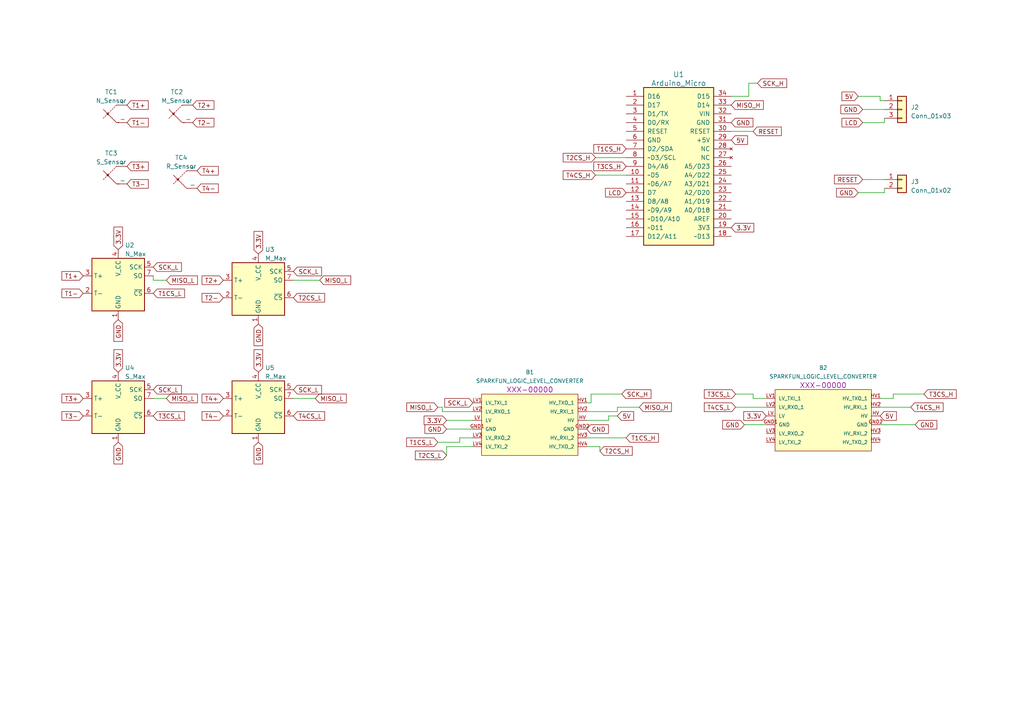
<source format=kicad_sch>
(kicad_sch (version 20230121) (generator eeschema)

  (uuid 70259d30-5582-4853-84ab-f14ec23bf1bc)

  (paper "A4")

  (lib_symbols
    (symbol "Arduino:Arduino_Micro" (pin_names (offset 1.016)) (in_bom yes) (on_board yes)
      (property "Reference" "U" (at -10.16 26.67 0)
        (effects (font (size 1.524 1.524)))
      )
      (property "Value" "Arduino_Micro" (at -2.54 24.13 0)
        (effects (font (size 1.524 1.524)))
      )
      (property "Footprint" "Arduino:Arduino_Micro" (at 0 -24.13 0)
        (effects (font (size 1.524 1.524)) hide)
      )
      (property "Datasheet" "https://store.arduino.cc/usa/arduino-micro" (at 3.81 -26.67 0)
        (effects (font (size 1.524 1.524)) hide)
      )
      (property "ki_keywords" "Arduino micro microcontroller module USB" (at 0 0 0)
        (effects (font (size 1.27 1.27)) hide)
      )
      (property "ki_description" "Arduino Micro" (at 0 0 0)
        (effects (font (size 1.27 1.27)) hide)
      )
      (symbol "Arduino_Micro_0_1"
        (rectangle (start -10.16 22.86) (end 10.16 -22.86)
          (stroke (width 0.254) (type solid))
          (fill (type background))
        )
      )
      (symbol "Arduino_Micro_1_1"
        (pin bidirectional line (at -15.24 20.32 0) (length 5.08)
          (name "D16" (effects (font (size 1.27 1.27))))
          (number "1" (effects (font (size 1.27 1.27))))
        )
        (pin bidirectional line (at -15.24 -2.54 0) (length 5.08)
          (name "~D5" (effects (font (size 1.27 1.27))))
          (number "10" (effects (font (size 1.27 1.27))))
        )
        (pin bidirectional line (at -15.24 -5.08 0) (length 5.08)
          (name "~D6/A7" (effects (font (size 1.27 1.27))))
          (number "11" (effects (font (size 1.27 1.27))))
        )
        (pin bidirectional line (at -15.24 -7.62 0) (length 5.08)
          (name "D7" (effects (font (size 1.27 1.27))))
          (number "12" (effects (font (size 1.27 1.27))))
        )
        (pin bidirectional line (at -15.24 -10.16 0) (length 5.08)
          (name "D8/A8" (effects (font (size 1.27 1.27))))
          (number "13" (effects (font (size 1.27 1.27))))
        )
        (pin bidirectional line (at -15.24 -12.7 0) (length 5.08)
          (name "~D9/A9" (effects (font (size 1.27 1.27))))
          (number "14" (effects (font (size 1.27 1.27))))
        )
        (pin bidirectional line (at -15.24 -15.24 0) (length 5.08)
          (name "~D10/A10" (effects (font (size 1.27 1.27))))
          (number "15" (effects (font (size 1.27 1.27))))
        )
        (pin bidirectional line (at -15.24 -17.78 0) (length 5.08)
          (name "~D11" (effects (font (size 1.27 1.27))))
          (number "16" (effects (font (size 1.27 1.27))))
        )
        (pin bidirectional line (at -15.24 -20.32 0) (length 5.08)
          (name "D12/A11" (effects (font (size 1.27 1.27))))
          (number "17" (effects (font (size 1.27 1.27))))
        )
        (pin bidirectional line (at 15.24 -20.32 180) (length 5.08)
          (name "~D13" (effects (font (size 1.27 1.27))))
          (number "18" (effects (font (size 1.27 1.27))))
        )
        (pin power_out line (at 15.24 -17.78 180) (length 5.08)
          (name "3V3" (effects (font (size 1.27 1.27))))
          (number "19" (effects (font (size 1.27 1.27))))
        )
        (pin bidirectional line (at -15.24 17.78 0) (length 5.08)
          (name "D17" (effects (font (size 1.27 1.27))))
          (number "2" (effects (font (size 1.27 1.27))))
        )
        (pin input line (at 15.24 -15.24 180) (length 5.08)
          (name "AREF" (effects (font (size 1.27 1.27))))
          (number "20" (effects (font (size 1.27 1.27))))
        )
        (pin bidirectional line (at 15.24 -12.7 180) (length 5.08)
          (name "A0/D18" (effects (font (size 1.27 1.27))))
          (number "21" (effects (font (size 1.27 1.27))))
        )
        (pin bidirectional line (at 15.24 -10.16 180) (length 5.08)
          (name "A1/D19" (effects (font (size 1.27 1.27))))
          (number "22" (effects (font (size 1.27 1.27))))
        )
        (pin bidirectional line (at 15.24 -7.62 180) (length 5.08)
          (name "A2/D20" (effects (font (size 1.27 1.27))))
          (number "23" (effects (font (size 1.27 1.27))))
        )
        (pin bidirectional line (at 15.24 -5.08 180) (length 5.08)
          (name "A3/D21" (effects (font (size 1.27 1.27))))
          (number "24" (effects (font (size 1.27 1.27))))
        )
        (pin bidirectional line (at 15.24 -2.54 180) (length 5.08)
          (name "A4/D22" (effects (font (size 1.27 1.27))))
          (number "25" (effects (font (size 1.27 1.27))))
        )
        (pin bidirectional line (at 15.24 0 180) (length 5.08)
          (name "A5/D23" (effects (font (size 1.27 1.27))))
          (number "26" (effects (font (size 1.27 1.27))))
        )
        (pin no_connect line (at 15.24 2.54 180) (length 5.08)
          (name "NC" (effects (font (size 1.27 1.27))))
          (number "27" (effects (font (size 1.27 1.27))))
        )
        (pin no_connect line (at 15.24 5.08 180) (length 5.08)
          (name "NC" (effects (font (size 1.27 1.27))))
          (number "28" (effects (font (size 1.27 1.27))))
        )
        (pin power_in line (at 15.24 7.62 180) (length 5.08)
          (name "+5V" (effects (font (size 1.27 1.27))))
          (number "29" (effects (font (size 1.27 1.27))))
        )
        (pin bidirectional line (at -15.24 15.24 0) (length 5.08)
          (name "D1/TX" (effects (font (size 1.27 1.27))))
          (number "3" (effects (font (size 1.27 1.27))))
        )
        (pin input line (at 15.24 10.16 180) (length 5.08)
          (name "RESET" (effects (font (size 1.27 1.27))))
          (number "30" (effects (font (size 1.27 1.27))))
        )
        (pin power_in line (at 15.24 12.7 180) (length 5.08)
          (name "GND" (effects (font (size 1.27 1.27))))
          (number "31" (effects (font (size 1.27 1.27))))
        )
        (pin power_out line (at 15.24 15.24 180) (length 5.08)
          (name "VIN" (effects (font (size 1.27 1.27))))
          (number "32" (effects (font (size 1.27 1.27))))
        )
        (pin bidirectional line (at 15.24 17.78 180) (length 5.08)
          (name "D14" (effects (font (size 1.27 1.27))))
          (number "33" (effects (font (size 1.27 1.27))))
        )
        (pin bidirectional line (at 15.24 20.32 180) (length 5.08)
          (name "D15" (effects (font (size 1.27 1.27))))
          (number "34" (effects (font (size 1.27 1.27))))
        )
        (pin bidirectional line (at -15.24 12.7 0) (length 5.08)
          (name "D0/RX" (effects (font (size 1.27 1.27))))
          (number "4" (effects (font (size 1.27 1.27))))
        )
        (pin input line (at -15.24 10.16 0) (length 5.08)
          (name "RESET" (effects (font (size 1.27 1.27))))
          (number "5" (effects (font (size 1.27 1.27))))
        )
        (pin power_in line (at -15.24 7.62 0) (length 5.08)
          (name "GND" (effects (font (size 1.27 1.27))))
          (number "6" (effects (font (size 1.27 1.27))))
        )
        (pin bidirectional line (at -15.24 5.08 0) (length 5.08)
          (name "D2/SDA" (effects (font (size 1.27 1.27))))
          (number "7" (effects (font (size 1.27 1.27))))
        )
        (pin bidirectional line (at -15.24 2.54 0) (length 5.08)
          (name "~D3/SCL" (effects (font (size 1.27 1.27))))
          (number "8" (effects (font (size 1.27 1.27))))
        )
        (pin bidirectional line (at -15.24 0 0) (length 5.08)
          (name "D4/A6" (effects (font (size 1.27 1.27))))
          (number "9" (effects (font (size 1.27 1.27))))
        )
      )
    )
    (symbol "Connector_Generic:Conn_01x02" (pin_names (offset 1.016) hide) (in_bom yes) (on_board yes)
      (property "Reference" "J" (at 0 2.54 0)
        (effects (font (size 1.27 1.27)))
      )
      (property "Value" "Conn_01x02" (at 0 -5.08 0)
        (effects (font (size 1.27 1.27)))
      )
      (property "Footprint" "" (at 0 0 0)
        (effects (font (size 1.27 1.27)) hide)
      )
      (property "Datasheet" "~" (at 0 0 0)
        (effects (font (size 1.27 1.27)) hide)
      )
      (property "ki_keywords" "connector" (at 0 0 0)
        (effects (font (size 1.27 1.27)) hide)
      )
      (property "ki_description" "Generic connector, single row, 01x02, script generated (kicad-library-utils/schlib/autogen/connector/)" (at 0 0 0)
        (effects (font (size 1.27 1.27)) hide)
      )
      (property "ki_fp_filters" "Connector*:*_1x??_*" (at 0 0 0)
        (effects (font (size 1.27 1.27)) hide)
      )
      (symbol "Conn_01x02_1_1"
        (rectangle (start -1.27 -2.413) (end 0 -2.667)
          (stroke (width 0.1524) (type default))
          (fill (type none))
        )
        (rectangle (start -1.27 0.127) (end 0 -0.127)
          (stroke (width 0.1524) (type default))
          (fill (type none))
        )
        (rectangle (start -1.27 1.27) (end 1.27 -3.81)
          (stroke (width 0.254) (type default))
          (fill (type background))
        )
        (pin passive line (at -5.08 0 0) (length 3.81)
          (name "Pin_1" (effects (font (size 1.27 1.27))))
          (number "1" (effects (font (size 1.27 1.27))))
        )
        (pin passive line (at -5.08 -2.54 0) (length 3.81)
          (name "Pin_2" (effects (font (size 1.27 1.27))))
          (number "2" (effects (font (size 1.27 1.27))))
        )
      )
    )
    (symbol "Connector_Generic:Conn_01x03" (pin_names (offset 1.016) hide) (in_bom yes) (on_board yes)
      (property "Reference" "J" (at 0 5.08 0)
        (effects (font (size 1.27 1.27)))
      )
      (property "Value" "Conn_01x03" (at 0 -5.08 0)
        (effects (font (size 1.27 1.27)))
      )
      (property "Footprint" "" (at 0 0 0)
        (effects (font (size 1.27 1.27)) hide)
      )
      (property "Datasheet" "~" (at 0 0 0)
        (effects (font (size 1.27 1.27)) hide)
      )
      (property "ki_keywords" "connector" (at 0 0 0)
        (effects (font (size 1.27 1.27)) hide)
      )
      (property "ki_description" "Generic connector, single row, 01x03, script generated (kicad-library-utils/schlib/autogen/connector/)" (at 0 0 0)
        (effects (font (size 1.27 1.27)) hide)
      )
      (property "ki_fp_filters" "Connector*:*_1x??_*" (at 0 0 0)
        (effects (font (size 1.27 1.27)) hide)
      )
      (symbol "Conn_01x03_1_1"
        (rectangle (start -1.27 -2.413) (end 0 -2.667)
          (stroke (width 0.1524) (type default))
          (fill (type none))
        )
        (rectangle (start -1.27 0.127) (end 0 -0.127)
          (stroke (width 0.1524) (type default))
          (fill (type none))
        )
        (rectangle (start -1.27 2.667) (end 0 2.413)
          (stroke (width 0.1524) (type default))
          (fill (type none))
        )
        (rectangle (start -1.27 3.81) (end 1.27 -3.81)
          (stroke (width 0.254) (type default))
          (fill (type background))
        )
        (pin passive line (at -5.08 2.54 0) (length 3.81)
          (name "Pin_1" (effects (font (size 1.27 1.27))))
          (number "1" (effects (font (size 1.27 1.27))))
        )
        (pin passive line (at -5.08 0 0) (length 3.81)
          (name "Pin_2" (effects (font (size 1.27 1.27))))
          (number "2" (effects (font (size 1.27 1.27))))
        )
        (pin passive line (at -5.08 -2.54 0) (length 3.81)
          (name "Pin_3" (effects (font (size 1.27 1.27))))
          (number "3" (effects (font (size 1.27 1.27))))
        )
      )
    )
    (symbol "Device:Thermocouple" (pin_numbers hide) (pin_names (offset 0)) (in_bom yes) (on_board yes)
      (property "Reference" "TC" (at -3.048 3.81 0)
        (effects (font (size 1.27 1.27)))
      )
      (property "Value" "Thermocouple" (at -5.08 -4.064 0)
        (effects (font (size 1.27 1.27)) (justify left))
      )
      (property "Footprint" "" (at -14.605 1.27 0)
        (effects (font (size 1.27 1.27)) hide)
      )
      (property "Datasheet" "~" (at -14.605 1.27 0)
        (effects (font (size 1.27 1.27)) hide)
      )
      (property "ki_keywords" "thermocouple temperature sensor cold junction" (at 0 0 0)
        (effects (font (size 1.27 1.27)) hide)
      )
      (property "ki_description" "Thermocouple" (at 0 0 0)
        (effects (font (size 1.27 1.27)) hide)
      )
      (property "ki_fp_filters" "PIN?ARRAY* bornier* *Terminal?Block* Thermo*Couple*" (at 0 0 0)
        (effects (font (size 1.27 1.27)) hide)
      )
      (symbol "Thermocouple_0_1"
        (circle (center -3.048 0) (radius 0.254)
          (stroke (width 0) (type default))
          (fill (type outline))
        )
        (polyline
          (pts
            (xy -4.064 -1.016)
            (xy -4.318 -1.27)
          )
          (stroke (width 0) (type default))
          (fill (type none))
        )
        (polyline
          (pts
            (xy -3.556 -0.508)
            (xy -3.81 -0.762)
          )
          (stroke (width 0) (type default))
          (fill (type none))
        )
        (polyline
          (pts
            (xy -3.048 0)
            (xy -3.302 -0.254)
          )
          (stroke (width 0) (type default))
          (fill (type none))
        )
        (polyline
          (pts
            (xy -2.54 0.508)
            (xy -2.794 0.254)
          )
          (stroke (width 0) (type default))
          (fill (type none))
        )
        (polyline
          (pts
            (xy -2.032 1.016)
            (xy -2.286 0.762)
          )
          (stroke (width 0) (type default))
          (fill (type none))
        )
        (polyline
          (pts
            (xy -1.524 1.524)
            (xy -1.778 1.27)
          )
          (stroke (width 0) (type default))
          (fill (type none))
        )
        (polyline
          (pts
            (xy -1.016 2.032)
            (xy -1.27 1.778)
          )
          (stroke (width 0) (type default))
          (fill (type none))
        )
        (polyline
          (pts
            (xy -0.508 2.54)
            (xy -0.762 2.286)
          )
          (stroke (width 0) (type default))
          (fill (type none))
        )
        (polyline
          (pts
            (xy 0 -2.54)
            (xy -0.254 -2.54)
          )
          (stroke (width 0) (type default))
          (fill (type none))
        )
        (polyline
          (pts
            (xy 0 2.54)
            (xy -0.508 2.54)
          )
          (stroke (width 0) (type default))
          (fill (type none))
        )
        (polyline
          (pts
            (xy 0.254 -2.54)
            (xy -0.508 -2.54)
            (xy -4.318 1.27)
          )
          (stroke (width 0) (type default))
          (fill (type none))
        )
      )
      (symbol "Thermocouple_1_1"
        (pin passive line (at 2.54 2.54 180) (length 2.54)
          (name "+" (effects (font (size 1.27 1.27))))
          (number "1" (effects (font (size 1.27 1.27))))
        )
        (pin passive line (at 2.54 -2.54 180) (length 2.54)
          (name "-" (effects (font (size 1.27 1.27))))
          (number "2" (effects (font (size 1.27 1.27))))
        )
      )
    )
    (symbol "SPARKFUN_LOGIC_LEVEL_CONVERTER_1" (pin_names (offset 1.016)) (in_bom yes) (on_board yes)
      (property "Reference" "B" (at -13.97 11.43 0)
        (effects (font (size 1.143 1.143)) (justify left bottom))
      )
      (property "Value" "SPARKFUN_LOGIC_LEVEL_CONVERTER" (at -13.97 -10.16 0)
        (effects (font (size 1.143 1.143)) (justify left bottom))
      )
      (property "Footprint" "SPARKFUN_LOGIC_LEVEL_CONVERTER" (at 0 11.43 0)
        (effects (font (size 0.508 0.508)) hide)
      )
      (property "Datasheet" "" (at 0 0 0)
        (effects (font (size 1.27 1.27)) hide)
      )
      (property "Field4" "XXX-00000" (at 0 12.7 0)
        (effects (font (size 1.524 1.524)))
      )
      (property "ki_locked" "" (at 0 0 0)
        (effects (font (size 1.27 1.27)))
      )
      (property "ki_keywords" "PROD_ID:XXX-00000" (at 0 0 0)
        (effects (font (size 1.27 1.27)) hide)
      )
      (property "ki_description" "SparkFun Logic Level Converter -Bi-Directional  This is the mechnical outline for the 3.3V - 5V bi directional logic level converter.  *Note, the \"LOCK\" Package has the header pins staggered by an offset of 5 mils (off center line), so that when you slide a row of standard 0.1\" headers into the PTH pads, it will hold position vertically. See the follwing turorial for more information on this type of special footprints:<a href=\"https://www.sparkfun.com/tutorials/114\">Sneaky Footprints</a><b>SparkFun Products:</b><ul><li><a href= https://www.sparkfun.com/products/12009 >SparkFun Logic Level Converter - Bi-Directional</a></li></ul>" (at 0 0 0)
        (effects (font (size 1.27 1.27)) hide)
      )
      (property "ki_fp_filters" "*SPARKFUN_LOGIC_LEVEL_CONVERTER* *SPARKFUN_LOGIC_LEVEL_CONVERTER_LOCK*" (at 0 0 0)
        (effects (font (size 1.27 1.27)) hide)
      )
      (symbol "SPARKFUN_LOGIC_LEVEL_CONVERTER_1_1_1"
        (polyline
          (pts
            (xy -13.97 -7.62)
            (xy -13.97 10.16)
            (xy 13.97 10.16)
            (xy 13.97 -7.62)
            (xy -13.97 -7.62)
          )
          (stroke (width 0) (type solid))
          (fill (type background))
        )
        (pin power_in line (at -16.51 0 0) (length 2.54)
          (name "GND" (effects (font (size 1.016 1.016))))
          (number "GND1" (effects (font (size 1.016 1.016))))
        )
        (pin power_in line (at 16.51 0 180) (length 2.54)
          (name "GND" (effects (font (size 1.016 1.016))))
          (number "GND2" (effects (font (size 1.016 1.016))))
        )
        (pin power_in line (at 16.51 2.54 180) (length 2.54)
          (name "HV" (effects (font (size 1.016 1.016))))
          (number "HV" (effects (font (size 1.016 1.016))))
        )
        (pin bidirectional line (at 16.51 7.62 180) (length 2.54)
          (name "HV_TXO_1" (effects (font (size 1.016 1.016))))
          (number "HV1" (effects (font (size 1.016 1.016))))
        )
        (pin bidirectional line (at 16.51 5.08 180) (length 2.54)
          (name "HV_RXI_1" (effects (font (size 1.016 1.016))))
          (number "HV2" (effects (font (size 1.016 1.016))))
        )
        (pin bidirectional line (at 16.51 -2.54 180) (length 2.54)
          (name "HV_RXI_2" (effects (font (size 1.016 1.016))))
          (number "HV3" (effects (font (size 1.016 1.016))))
        )
        (pin bidirectional line (at 16.51 -5.08 180) (length 2.54)
          (name "HV_TXO_2" (effects (font (size 1.016 1.016))))
          (number "HV4" (effects (font (size 1.016 1.016))))
        )
        (pin power_in line (at -16.51 2.54 0) (length 2.54)
          (name "LV" (effects (font (size 1.016 1.016))))
          (number "LV" (effects (font (size 1.016 1.016))))
        )
        (pin bidirectional line (at -16.51 7.62 0) (length 2.54)
          (name "LV_TXI_1" (effects (font (size 1.016 1.016))))
          (number "LV1" (effects (font (size 1.016 1.016))))
        )
        (pin bidirectional line (at -16.51 5.08 0) (length 2.54)
          (name "LV_RXO_1" (effects (font (size 1.016 1.016))))
          (number "LV2" (effects (font (size 1.016 1.016))))
        )
        (pin bidirectional line (at -16.51 -2.54 0) (length 2.54)
          (name "LV_RXO_2" (effects (font (size 1.016 1.016))))
          (number "LV3" (effects (font (size 1.016 1.016))))
        )
        (pin bidirectional line (at -16.51 -5.08 0) (length 2.54)
          (name "LV_TXI_2" (effects (font (size 1.016 1.016))))
          (number "LV4" (effects (font (size 1.016 1.016))))
        )
      )
    )
    (symbol "Sensor_Temperature:MAX31855TASA" (in_bom yes) (on_board yes)
      (property "Reference" "U" (at -7.62 8.89 0)
        (effects (font (size 1.27 1.27)) (justify left))
      )
      (property "Value" "MAX31855TASA" (at 1.27 8.89 0)
        (effects (font (size 1.27 1.27)) (justify left))
      )
      (property "Footprint" "Package_SO:SOIC-8_3.9x4.9mm_P1.27mm" (at 25.4 -8.89 0)
        (effects (font (size 1.27 1.27) italic) hide)
      )
      (property "Datasheet" "http://datasheets.maximintegrated.com/en/ds/MAX31855.pdf" (at 0 0 0)
        (effects (font (size 1.27 1.27)) hide)
      )
      (property "ki_keywords" "Cold Junction Termocouple Interface SPI" (at 0 0 0)
        (effects (font (size 1.27 1.27)) hide)
      )
      (property "ki_description" "Cold Junction T-type Termocouple Interface, SPI, SO8" (at 0 0 0)
        (effects (font (size 1.27 1.27)) hide)
      )
      (property "ki_fp_filters" "SOIC*3.9x4.9mm*P1.27mm*" (at 0 0 0)
        (effects (font (size 1.27 1.27)) hide)
      )
      (symbol "MAX31855TASA_0_1"
        (rectangle (start -7.62 7.62) (end 7.62 -7.62)
          (stroke (width 0.254) (type default))
          (fill (type background))
        )
      )
      (symbol "MAX31855TASA_1_1"
        (pin power_in line (at 0 -10.16 90) (length 2.54)
          (name "GND" (effects (font (size 1.27 1.27))))
          (number "1" (effects (font (size 1.27 1.27))))
        )
        (pin passive line (at -10.16 -2.54 0) (length 2.54)
          (name "T-" (effects (font (size 1.27 1.27))))
          (number "2" (effects (font (size 1.27 1.27))))
        )
        (pin passive line (at -10.16 2.54 0) (length 2.54)
          (name "T+" (effects (font (size 1.27 1.27))))
          (number "3" (effects (font (size 1.27 1.27))))
        )
        (pin power_in line (at 0 10.16 270) (length 2.54)
          (name "V_CC" (effects (font (size 1.27 1.27))))
          (number "4" (effects (font (size 1.27 1.27))))
        )
        (pin input line (at 10.16 5.08 180) (length 2.54)
          (name "SCK" (effects (font (size 1.27 1.27))))
          (number "5" (effects (font (size 1.27 1.27))))
        )
        (pin input line (at 10.16 -2.54 180) (length 2.54)
          (name "~{CS}" (effects (font (size 1.27 1.27))))
          (number "6" (effects (font (size 1.27 1.27))))
        )
        (pin tri_state line (at 10.16 2.54 180) (length 2.54)
          (name "SO" (effects (font (size 1.27 1.27))))
          (number "7" (effects (font (size 1.27 1.27))))
        )
      )
    )
    (symbol "SparkFun-Boards:SPARKFUN_LOGIC_LEVEL_CONVERTER" (pin_names (offset 1.016)) (in_bom yes) (on_board yes)
      (property "Reference" "B" (at -13.97 11.43 0)
        (effects (font (size 1.143 1.143)) (justify left bottom))
      )
      (property "Value" "SPARKFUN_LOGIC_LEVEL_CONVERTER" (at -13.97 -10.16 0)
        (effects (font (size 1.143 1.143)) (justify left bottom))
      )
      (property "Footprint" "SPARKFUN_LOGIC_LEVEL_CONVERTER" (at 0 11.43 0)
        (effects (font (size 0.508 0.508)) hide)
      )
      (property "Datasheet" "" (at 0 0 0)
        (effects (font (size 1.27 1.27)) hide)
      )
      (property "Field4" "XXX-00000" (at 0 12.7 0)
        (effects (font (size 1.524 1.524)))
      )
      (property "ki_locked" "" (at 0 0 0)
        (effects (font (size 1.27 1.27)))
      )
      (property "ki_keywords" "PROD_ID:XXX-00000" (at 0 0 0)
        (effects (font (size 1.27 1.27)) hide)
      )
      (property "ki_description" "SparkFun Logic Level Converter -Bi-Directional  This is the mechnical outline for the 3.3V - 5V bi directional logic level converter.  *Note, the \"LOCK\" Package has the header pins staggered by an offset of 5 mils (off center line), so that when you slide a row of standard 0.1\" headers into the PTH pads, it will hold position vertically. See the follwing turorial for more information on this type of special footprints:<a href=\"https://www.sparkfun.com/tutorials/114\">Sneaky Footprints</a><b>SparkFun Products:</b><ul><li><a href= https://www.sparkfun.com/products/12009 >SparkFun Logic Level Converter - Bi-Directional</a></li></ul>" (at 0 0 0)
        (effects (font (size 1.27 1.27)) hide)
      )
      (property "ki_fp_filters" "*SPARKFUN_LOGIC_LEVEL_CONVERTER* *SPARKFUN_LOGIC_LEVEL_CONVERTER_LOCK*" (at 0 0 0)
        (effects (font (size 1.27 1.27)) hide)
      )
      (symbol "SPARKFUN_LOGIC_LEVEL_CONVERTER_1_1"
        (polyline
          (pts
            (xy -13.97 -7.62)
            (xy -13.97 10.16)
            (xy 13.97 10.16)
            (xy 13.97 -7.62)
            (xy -13.97 -7.62)
          )
          (stroke (width 0) (type solid))
          (fill (type background))
        )
        (pin power_in line (at -16.51 0 0) (length 2.54)
          (name "GND" (effects (font (size 1.016 1.016))))
          (number "GND1" (effects (font (size 1.016 1.016))))
        )
        (pin power_in line (at 16.51 0 180) (length 2.54)
          (name "GND" (effects (font (size 1.016 1.016))))
          (number "GND2" (effects (font (size 1.016 1.016))))
        )
        (pin power_in line (at 16.51 2.54 180) (length 2.54)
          (name "HV" (effects (font (size 1.016 1.016))))
          (number "HV" (effects (font (size 1.016 1.016))))
        )
        (pin bidirectional line (at 16.51 7.62 180) (length 2.54)
          (name "HV_TXO_1" (effects (font (size 1.016 1.016))))
          (number "HV1" (effects (font (size 1.016 1.016))))
        )
        (pin bidirectional line (at 16.51 5.08 180) (length 2.54)
          (name "HV_RXI_1" (effects (font (size 1.016 1.016))))
          (number "HV2" (effects (font (size 1.016 1.016))))
        )
        (pin bidirectional line (at 16.51 -2.54 180) (length 2.54)
          (name "HV_RXI_2" (effects (font (size 1.016 1.016))))
          (number "HV3" (effects (font (size 1.016 1.016))))
        )
        (pin bidirectional line (at 16.51 -5.08 180) (length 2.54)
          (name "HV_TXO_2" (effects (font (size 1.016 1.016))))
          (number "HV4" (effects (font (size 1.016 1.016))))
        )
        (pin power_in line (at -16.51 2.54 0) (length 2.54)
          (name "LV" (effects (font (size 1.016 1.016))))
          (number "LV" (effects (font (size 1.016 1.016))))
        )
        (pin bidirectional line (at -16.51 7.62 0) (length 2.54)
          (name "LV_TXI_1" (effects (font (size 1.016 1.016))))
          (number "LV1" (effects (font (size 1.016 1.016))))
        )
        (pin bidirectional line (at -16.51 5.08 0) (length 2.54)
          (name "LV_RXO_1" (effects (font (size 1.016 1.016))))
          (number "LV2" (effects (font (size 1.016 1.016))))
        )
        (pin bidirectional line (at -16.51 -2.54 0) (length 2.54)
          (name "LV_RXO_2" (effects (font (size 1.016 1.016))))
          (number "LV3" (effects (font (size 1.016 1.016))))
        )
        (pin bidirectional line (at -16.51 -5.08 0) (length 2.54)
          (name "LV_TXI_2" (effects (font (size 1.016 1.016))))
          (number "LV4" (effects (font (size 1.016 1.016))))
        )
      )
    )
  )


  (wire (pts (xy 171.45 114.3) (xy 171.45 116.84))
    (stroke (width 0) (type default))
    (uuid 09ea8cc5-1486-46f2-8463-4550e38caef4)
  )
  (wire (pts (xy 91.44 115.57) (xy 85.09 115.57))
    (stroke (width 0) (type default))
    (uuid 11b32681-6651-4ec4-ad61-b7ccf77ddbde)
  )
  (wire (pts (xy 255.27 27.94) (xy 255.27 29.21))
    (stroke (width 0) (type default))
    (uuid 16129780-3439-4b75-869e-5c62b3520921)
  )
  (wire (pts (xy 215.9 123.19) (xy 222.25 123.19))
    (stroke (width 0) (type default))
    (uuid 18209b89-6776-42e8-9058-fa4be04429c5)
  )
  (wire (pts (xy 213.36 118.11) (xy 222.25 118.11))
    (stroke (width 0) (type default))
    (uuid 1c69b4b3-8187-4297-bc6f-97a5ef88e1a0)
  )
  (wire (pts (xy 248.92 55.88) (xy 256.54 55.88))
    (stroke (width 0) (type default))
    (uuid 248a72dc-c991-4e1a-9aed-a9e5035feba5)
  )
  (wire (pts (xy 259.08 114.3) (xy 259.08 115.57))
    (stroke (width 0) (type default))
    (uuid 24abdc87-9897-4fda-87f3-7aad79db040e)
  )
  (wire (pts (xy 248.92 27.94) (xy 255.27 27.94))
    (stroke (width 0) (type default))
    (uuid 25210e33-6cf7-4d40-9b69-3bb342fb290d)
  )
  (wire (pts (xy 217.17 27.94) (xy 217.17 24.13))
    (stroke (width 0) (type default))
    (uuid 269a5d27-515c-4331-a8c2-f666ec398a81)
  )
  (wire (pts (xy 172.72 45.72) (xy 181.61 45.72))
    (stroke (width 0) (type default))
    (uuid 31650caa-e606-449e-ad1c-097e9f47ea4e)
  )
  (wire (pts (xy 129.54 121.92) (xy 137.16 121.92))
    (stroke (width 0) (type default))
    (uuid 338b18f5-edf5-40f1-ae24-ec7763a06c47)
  )
  (wire (pts (xy 256.54 55.88) (xy 256.54 54.61))
    (stroke (width 0) (type default))
    (uuid 3bea574a-3fb3-4870-9cfb-25c3275cd3b1)
  )
  (wire (pts (xy 48.26 115.57) (xy 44.45 115.57))
    (stroke (width 0) (type default))
    (uuid 3e4ad87b-6b14-4dfc-a183-788bc57c6133)
  )
  (wire (pts (xy 250.19 52.07) (xy 256.54 52.07))
    (stroke (width 0) (type default))
    (uuid 3f868b89-e903-4ffa-97d9-f68e06f308ad)
  )
  (wire (pts (xy 171.45 116.84) (xy 170.18 116.84))
    (stroke (width 0) (type default))
    (uuid 427e0bee-3fd7-49bc-b39c-0bb694bf1cdc)
  )
  (wire (pts (xy 179.07 120.65) (xy 176.53 120.65))
    (stroke (width 0) (type default))
    (uuid 4faa4e1c-7dad-4e4b-9eca-4f647438de84)
  )
  (wire (pts (xy 128.27 119.38) (xy 137.16 119.38))
    (stroke (width 0) (type default))
    (uuid 512628f3-1dc0-423d-a4c8-9ed492ca643f)
  )
  (wire (pts (xy 127 118.11) (xy 128.27 118.11))
    (stroke (width 0) (type default))
    (uuid 538d3f14-29bb-4512-810d-e9bb1baa775e)
  )
  (wire (pts (xy 255.27 29.21) (xy 256.54 29.21))
    (stroke (width 0) (type default))
    (uuid 57da2a43-73d8-4241-92e2-de7fce72ec80)
  )
  (wire (pts (xy 44.45 81.28) (xy 44.45 80.01))
    (stroke (width 0) (type default))
    (uuid 5c56f125-23d1-432f-9913-01ca99701175)
  )
  (wire (pts (xy 127 128.27) (xy 133.35 128.27))
    (stroke (width 0) (type default))
    (uuid 5fedf44a-a866-49d8-8187-cb35cc56e3ed)
  )
  (wire (pts (xy 176.53 121.92) (xy 170.18 121.92))
    (stroke (width 0) (type default))
    (uuid 63b5872b-4cd7-4f22-9724-ce08f709ad99)
  )
  (wire (pts (xy 218.44 114.3) (xy 218.44 115.57))
    (stroke (width 0) (type default))
    (uuid 661fb83e-ea44-4a65-b747-a8f55c94c81b)
  )
  (wire (pts (xy 48.26 81.28) (xy 44.45 81.28))
    (stroke (width 0) (type default))
    (uuid 6649c07f-f016-46f6-9dd0-c0bdbfe9cc34)
  )
  (wire (pts (xy 267.97 114.3) (xy 259.08 114.3))
    (stroke (width 0) (type default))
    (uuid 685c55e3-06a3-4fca-a7f4-b989ed05b963)
  )
  (wire (pts (xy 128.27 118.11) (xy 128.27 119.38))
    (stroke (width 0) (type default))
    (uuid 6a54fa22-345f-48f8-afd1-cbdedfc0d2e9)
  )
  (wire (pts (xy 173.99 129.54) (xy 170.18 129.54))
    (stroke (width 0) (type default))
    (uuid 7130e600-8599-47da-aabc-3d599989f02c)
  )
  (wire (pts (xy 180.34 114.3) (xy 171.45 114.3))
    (stroke (width 0) (type default))
    (uuid 77dc6a1c-552c-491a-bd2a-0c697b5b5087)
  )
  (wire (pts (xy 259.08 115.57) (xy 255.27 115.57))
    (stroke (width 0) (type default))
    (uuid 782473b6-3bb3-4c9a-9718-3a9fc81fd027)
  )
  (wire (pts (xy 264.16 118.11) (xy 255.27 118.11))
    (stroke (width 0) (type default))
    (uuid 795aaf85-c43a-40b5-8336-de5f2ac04ca5)
  )
  (wire (pts (xy 129.54 132.08) (xy 129.54 129.54))
    (stroke (width 0) (type default))
    (uuid 832c8e34-3aa6-4af8-9a0f-3fff124a87e7)
  )
  (wire (pts (xy 265.43 123.19) (xy 255.27 123.19))
    (stroke (width 0) (type default))
    (uuid 83cb4c8f-1077-48df-970d-1f1113b08aab)
  )
  (wire (pts (xy 176.53 120.65) (xy 176.53 121.92))
    (stroke (width 0) (type default))
    (uuid 91897178-7afa-480f-9164-e39a2c799ade)
  )
  (wire (pts (xy 212.09 38.1) (xy 218.44 38.1))
    (stroke (width 0) (type default))
    (uuid a5190a3a-db00-4e1d-8bd5-fad5ddd92c04)
  )
  (wire (pts (xy 133.35 127) (xy 137.16 127))
    (stroke (width 0) (type default))
    (uuid a6106c4f-f7a1-4e9a-b06a-db00ef320b2a)
  )
  (wire (pts (xy 92.71 81.28) (xy 85.09 81.28))
    (stroke (width 0) (type default))
    (uuid aa184746-9356-4744-bd1d-2709cb32c083)
  )
  (wire (pts (xy 218.44 115.57) (xy 222.25 115.57))
    (stroke (width 0) (type default))
    (uuid ad844331-282b-417e-93e1-fa06ca8e7301)
  )
  (wire (pts (xy 217.17 24.13) (xy 219.71 24.13))
    (stroke (width 0) (type default))
    (uuid b0afc0f8-c0e5-4e2d-8222-faef21828919)
  )
  (wire (pts (xy 172.72 50.8) (xy 181.61 50.8))
    (stroke (width 0) (type default))
    (uuid b0f72a97-87be-447a-90c8-bcd602a29261)
  )
  (wire (pts (xy 256.54 35.56) (xy 256.54 34.29))
    (stroke (width 0) (type default))
    (uuid b33a01ce-147e-449a-b6d6-c861e6a0f22c)
  )
  (wire (pts (xy 129.54 124.46) (xy 137.16 124.46))
    (stroke (width 0) (type default))
    (uuid b6003357-fac9-4636-b109-438b55c88394)
  )
  (wire (pts (xy 185.42 118.11) (xy 179.07 118.11))
    (stroke (width 0) (type default))
    (uuid b660ad75-507c-404d-8052-9a5e15c1d474)
  )
  (wire (pts (xy 173.99 130.81) (xy 173.99 129.54))
    (stroke (width 0) (type default))
    (uuid b6c6cf2a-aecc-4d90-96e2-bef66adf1cbc)
  )
  (wire (pts (xy 181.61 127) (xy 170.18 127))
    (stroke (width 0) (type default))
    (uuid b7b8d8b8-a618-41b4-b22d-075897a9800d)
  )
  (wire (pts (xy 250.19 31.75) (xy 256.54 31.75))
    (stroke (width 0) (type default))
    (uuid bd1621ab-3c73-457f-8835-860d10bc7b9b)
  )
  (wire (pts (xy 212.09 27.94) (xy 217.17 27.94))
    (stroke (width 0) (type default))
    (uuid bf843505-841b-408b-ba81-fe146c8950ca)
  )
  (wire (pts (xy 129.54 129.54) (xy 137.16 129.54))
    (stroke (width 0) (type default))
    (uuid c09e5a94-826e-4541-96d3-e7455b44344e)
  )
  (wire (pts (xy 179.07 118.11) (xy 179.07 119.38))
    (stroke (width 0) (type default))
    (uuid d639add2-50ef-4bfd-baa3-0a2572f1d2de)
  )
  (wire (pts (xy 133.35 128.27) (xy 133.35 127))
    (stroke (width 0) (type default))
    (uuid d8c1e577-f3c4-497d-94f2-e40841b026ee)
  )
  (wire (pts (xy 213.36 114.3) (xy 218.44 114.3))
    (stroke (width 0) (type default))
    (uuid da835d5f-d37c-45d3-b140-7050359fc464)
  )
  (wire (pts (xy 179.07 119.38) (xy 170.18 119.38))
    (stroke (width 0) (type default))
    (uuid e6f1e7f4-7f75-477e-bf0c-9290653992cf)
  )
  (wire (pts (xy 250.19 35.56) (xy 256.54 35.56))
    (stroke (width 0) (type default))
    (uuid fd6b8488-8731-4575-b692-5d6262331f3b)
  )

  (global_label "T3-" (shape input) (at 24.13 120.65 180) (fields_autoplaced)
    (effects (font (size 1.27 1.27)) (justify right))
    (uuid 05fbf58d-b77f-4f16-8f5f-57a17ed064a3)
    (property "Intersheetrefs" "${INTERSHEET_REFS}" (at 17.4747 120.65 0)
      (effects (font (size 1.27 1.27)) (justify right) hide)
    )
  )
  (global_label "T4CS_L" (shape input) (at 213.36 118.11 180) (fields_autoplaced)
    (effects (font (size 1.27 1.27)) (justify right))
    (uuid 07424cae-22a6-481d-b2e5-17f02fc3dfd3)
    (property "Intersheetrefs" "${INTERSHEET_REFS}" (at 203.8019 118.11 0)
      (effects (font (size 1.27 1.27)) (justify right) hide)
    )
  )
  (global_label "T3+" (shape input) (at 24.13 115.57 180) (fields_autoplaced)
    (effects (font (size 1.27 1.27)) (justify right))
    (uuid 0a1dde11-f61b-4fd3-b120-2e0fc60e3ea8)
    (property "Intersheetrefs" "${INTERSHEET_REFS}" (at 17.4747 115.57 0)
      (effects (font (size 1.27 1.27)) (justify right) hide)
    )
  )
  (global_label "GND" (shape input) (at 248.92 55.88 180) (fields_autoplaced)
    (effects (font (size 1.27 1.27)) (justify right))
    (uuid 0fde60c4-ae94-4523-ade7-177fff89691b)
    (property "Intersheetrefs" "${INTERSHEET_REFS}" (at 242.1437 55.88 0)
      (effects (font (size 1.27 1.27)) (justify right) hide)
    )
  )
  (global_label "5V" (shape input) (at 212.09 40.64 0) (fields_autoplaced)
    (effects (font (size 1.27 1.27)) (justify left))
    (uuid 1036f152-3706-4529-9673-2856e23273e7)
    (property "Intersheetrefs" "${INTERSHEET_REFS}" (at 217.2939 40.64 0)
      (effects (font (size 1.27 1.27)) (justify left) hide)
    )
  )
  (global_label "GND" (shape input) (at 74.93 128.27 270) (fields_autoplaced)
    (effects (font (size 1.27 1.27)) (justify right))
    (uuid 1111f78d-65b8-432f-8d38-2014c371770a)
    (property "Intersheetrefs" "${INTERSHEET_REFS}" (at 74.93 135.0463 90)
      (effects (font (size 1.27 1.27)) (justify right) hide)
    )
  )
  (global_label "SCK_L" (shape input) (at 137.16 116.84 180) (fields_autoplaced)
    (effects (font (size 1.27 1.27)) (justify right))
    (uuid 111852fd-0774-45f8-bb25-cd16e1708fe1)
    (property "Intersheetrefs" "${INTERSHEET_REFS}" (at 128.509 116.84 0)
      (effects (font (size 1.27 1.27)) (justify right) hide)
    )
  )
  (global_label "T2CS_L" (shape input) (at 129.54 132.08 180) (fields_autoplaced)
    (effects (font (size 1.27 1.27)) (justify right))
    (uuid 1b8e82ea-1a17-446d-88cb-35c6ffc00e9c)
    (property "Intersheetrefs" "${INTERSHEET_REFS}" (at 119.9819 132.08 0)
      (effects (font (size 1.27 1.27)) (justify right) hide)
    )
  )
  (global_label "GND" (shape input) (at 212.09 35.56 0) (fields_autoplaced)
    (effects (font (size 1.27 1.27)) (justify left))
    (uuid 26306e1f-af17-4e61-b8f1-6725dc751195)
    (property "Intersheetrefs" "${INTERSHEET_REFS}" (at 218.8663 35.56 0)
      (effects (font (size 1.27 1.27)) (justify left) hide)
    )
  )
  (global_label "T4CS_H" (shape input) (at 172.72 50.8 180) (fields_autoplaced)
    (effects (font (size 1.27 1.27)) (justify right))
    (uuid 28b79987-db75-4c83-8e49-c85f87e92b62)
    (property "Intersheetrefs" "${INTERSHEET_REFS}" (at 162.8595 50.8 0)
      (effects (font (size 1.27 1.27)) (justify right) hide)
    )
  )
  (global_label "SCK_H" (shape input) (at 219.71 24.13 0) (fields_autoplaced)
    (effects (font (size 1.27 1.27)) (justify left))
    (uuid 2b749b02-cdc6-4167-b330-8ee99960378c)
    (property "Intersheetrefs" "${INTERSHEET_REFS}" (at 228.6634 24.13 0)
      (effects (font (size 1.27 1.27)) (justify left) hide)
    )
  )
  (global_label "T2CS_L" (shape input) (at 85.09 86.36 0) (fields_autoplaced)
    (effects (font (size 1.27 1.27)) (justify left))
    (uuid 35eba532-55b8-4df9-bead-639d68e9dd2c)
    (property "Intersheetrefs" "${INTERSHEET_REFS}" (at 94.6481 86.36 0)
      (effects (font (size 1.27 1.27)) (justify left) hide)
    )
  )
  (global_label "T4-" (shape input) (at 64.77 120.65 180) (fields_autoplaced)
    (effects (font (size 1.27 1.27)) (justify right))
    (uuid 362298b8-0243-4b3d-b254-5596fcd18fc1)
    (property "Intersheetrefs" "${INTERSHEET_REFS}" (at 58.1147 120.65 0)
      (effects (font (size 1.27 1.27)) (justify right) hide)
    )
  )
  (global_label "T1+" (shape input) (at 24.13 80.01 180) (fields_autoplaced)
    (effects (font (size 1.27 1.27)) (justify right))
    (uuid 36efb071-e548-485a-81a8-c19f54dc78cc)
    (property "Intersheetrefs" "${INTERSHEET_REFS}" (at 17.4747 80.01 0)
      (effects (font (size 1.27 1.27)) (justify right) hide)
    )
  )
  (global_label "GND" (shape input) (at 74.93 93.98 270) (fields_autoplaced)
    (effects (font (size 1.27 1.27)) (justify right))
    (uuid 3744426e-aefa-402a-89e3-3128114fa645)
    (property "Intersheetrefs" "${INTERSHEET_REFS}" (at 74.93 100.7563 90)
      (effects (font (size 1.27 1.27)) (justify right) hide)
    )
  )
  (global_label "T1CS_L" (shape input) (at 127 128.27 180) (fields_autoplaced)
    (effects (font (size 1.27 1.27)) (justify right))
    (uuid 3acc4961-cc01-4ead-b939-a101b47652bb)
    (property "Intersheetrefs" "${INTERSHEET_REFS}" (at 117.4419 128.27 0)
      (effects (font (size 1.27 1.27)) (justify right) hide)
    )
  )
  (global_label "T1CS_L" (shape input) (at 44.45 85.09 0) (fields_autoplaced)
    (effects (font (size 1.27 1.27)) (justify left))
    (uuid 3e34d156-0d7f-4fa1-8ec1-db4eee3ca394)
    (property "Intersheetrefs" "${INTERSHEET_REFS}" (at 54.0081 85.09 0)
      (effects (font (size 1.27 1.27)) (justify left) hide)
    )
  )
  (global_label "T2+" (shape input) (at 64.77 81.28 180) (fields_autoplaced)
    (effects (font (size 1.27 1.27)) (justify right))
    (uuid 441d2db6-d051-478f-b866-ca0e81f183e1)
    (property "Intersheetrefs" "${INTERSHEET_REFS}" (at 58.1147 81.28 0)
      (effects (font (size 1.27 1.27)) (justify right) hide)
    )
  )
  (global_label "GND" (shape input) (at 34.29 92.71 270) (fields_autoplaced)
    (effects (font (size 1.27 1.27)) (justify right))
    (uuid 470e9575-2bba-406e-94f2-5398685810ab)
    (property "Intersheetrefs" "${INTERSHEET_REFS}" (at 34.29 99.4863 90)
      (effects (font (size 1.27 1.27)) (justify right) hide)
    )
  )
  (global_label "SCK_H" (shape input) (at 180.34 114.3 0) (fields_autoplaced)
    (effects (font (size 1.27 1.27)) (justify left))
    (uuid 472fc6e1-b99d-4d6a-9492-4a994ecf0690)
    (property "Intersheetrefs" "${INTERSHEET_REFS}" (at 189.2934 114.3 0)
      (effects (font (size 1.27 1.27)) (justify left) hide)
    )
  )
  (global_label "T1+" (shape input) (at 36.83 30.48 0) (fields_autoplaced)
    (effects (font (size 1.27 1.27)) (justify left))
    (uuid 4b59f97e-7f8c-4e9d-8ff0-875f7bbe1168)
    (property "Intersheetrefs" "${INTERSHEET_REFS}" (at 43.4853 30.48 0)
      (effects (font (size 1.27 1.27)) (justify left) hide)
    )
  )
  (global_label "SCK_L" (shape input) (at 85.09 113.03 0) (fields_autoplaced)
    (effects (font (size 1.27 1.27)) (justify left))
    (uuid 4b8f7f10-6283-46dc-b3de-d601e5fc3a86)
    (property "Intersheetrefs" "${INTERSHEET_REFS}" (at 93.741 113.03 0)
      (effects (font (size 1.27 1.27)) (justify left) hide)
    )
  )
  (global_label "T1CS_H" (shape input) (at 181.61 127 0) (fields_autoplaced)
    (effects (font (size 1.27 1.27)) (justify left))
    (uuid 5e0a2a15-e7ca-47f9-a503-480b2f07d485)
    (property "Intersheetrefs" "${INTERSHEET_REFS}" (at 191.4705 127 0)
      (effects (font (size 1.27 1.27)) (justify left) hide)
    )
  )
  (global_label "SCK_L" (shape input) (at 85.09 78.74 0) (fields_autoplaced)
    (effects (font (size 1.27 1.27)) (justify left))
    (uuid 6004270d-0ed4-41a2-b589-cb3a01528bbb)
    (property "Intersheetrefs" "${INTERSHEET_REFS}" (at 93.741 78.74 0)
      (effects (font (size 1.27 1.27)) (justify left) hide)
    )
  )
  (global_label "T2-" (shape input) (at 55.88 35.56 0) (fields_autoplaced)
    (effects (font (size 1.27 1.27)) (justify left))
    (uuid 61c8a64e-36c3-4750-bc5e-1100503b32df)
    (property "Intersheetrefs" "${INTERSHEET_REFS}" (at 62.5353 35.56 0)
      (effects (font (size 1.27 1.27)) (justify left) hide)
    )
  )
  (global_label "MISO_L" (shape input) (at 48.26 115.57 0) (fields_autoplaced)
    (effects (font (size 1.27 1.27)) (justify left))
    (uuid 65a13959-1adb-4f8f-919c-95a8c28c682d)
    (property "Intersheetrefs" "${INTERSHEET_REFS}" (at 57.7577 115.57 0)
      (effects (font (size 1.27 1.27)) (justify left) hide)
    )
  )
  (global_label "3.3V" (shape input) (at 129.54 121.92 180) (fields_autoplaced)
    (effects (font (size 1.27 1.27)) (justify right))
    (uuid 681fbd48-d185-4ac5-a191-9f294ca818ac)
    (property "Intersheetrefs" "${INTERSHEET_REFS}" (at 122.5218 121.92 0)
      (effects (font (size 1.27 1.27)) (justify right) hide)
    )
  )
  (global_label "RESET" (shape input) (at 218.44 38.1 0) (fields_autoplaced)
    (effects (font (size 1.27 1.27)) (justify left))
    (uuid 6b531130-3928-4b47-bda7-21936b4288ed)
    (property "Intersheetrefs" "${INTERSHEET_REFS}" (at 227.0909 38.1 0)
      (effects (font (size 1.27 1.27)) (justify left) hide)
    )
  )
  (global_label "MISO_H" (shape input) (at 212.09 30.48 0) (fields_autoplaced)
    (effects (font (size 1.27 1.27)) (justify left))
    (uuid 7859364a-059a-443c-949a-bda1fecef5bc)
    (property "Intersheetrefs" "${INTERSHEET_REFS}" (at 221.8901 30.48 0)
      (effects (font (size 1.27 1.27)) (justify left) hide)
    )
  )
  (global_label "MISO_H" (shape input) (at 185.42 118.11 0) (fields_autoplaced)
    (effects (font (size 1.27 1.27)) (justify left))
    (uuid 7ca22c71-313e-4b19-bf7d-0ff04e19cd51)
    (property "Intersheetrefs" "${INTERSHEET_REFS}" (at 195.2201 118.11 0)
      (effects (font (size 1.27 1.27)) (justify left) hide)
    )
  )
  (global_label "T3CS_L" (shape input) (at 44.45 120.65 0) (fields_autoplaced)
    (effects (font (size 1.27 1.27)) (justify left))
    (uuid 8086ccdf-93fb-4c28-ab5a-9bcc4c74c65c)
    (property "Intersheetrefs" "${INTERSHEET_REFS}" (at 54.0081 120.65 0)
      (effects (font (size 1.27 1.27)) (justify left) hide)
    )
  )
  (global_label "SCK_L" (shape input) (at 44.45 77.47 0) (fields_autoplaced)
    (effects (font (size 1.27 1.27)) (justify left))
    (uuid 80df0243-f145-4e41-ad69-9321496df84e)
    (property "Intersheetrefs" "${INTERSHEET_REFS}" (at 53.101 77.47 0)
      (effects (font (size 1.27 1.27)) (justify left) hide)
    )
  )
  (global_label "LCD" (shape input) (at 181.61 55.88 180) (fields_autoplaced)
    (effects (font (size 1.27 1.27)) (justify right))
    (uuid 8524271d-03be-4d82-9e12-ca9fb3a195e9)
    (property "Intersheetrefs" "${INTERSHEET_REFS}" (at 175.1361 55.88 0)
      (effects (font (size 1.27 1.27)) (justify right) hide)
    )
  )
  (global_label "3.3V" (shape input) (at 212.09 66.04 0) (fields_autoplaced)
    (effects (font (size 1.27 1.27)) (justify left))
    (uuid 8801bf3a-eb22-4b36-9946-273588517d1b)
    (property "Intersheetrefs" "${INTERSHEET_REFS}" (at 219.1082 66.04 0)
      (effects (font (size 1.27 1.27)) (justify left) hide)
    )
  )
  (global_label "T4CS_H" (shape input) (at 264.16 118.11 0) (fields_autoplaced)
    (effects (font (size 1.27 1.27)) (justify left))
    (uuid 883dcb2a-8416-45d1-a16d-2b88c81e2b0c)
    (property "Intersheetrefs" "${INTERSHEET_REFS}" (at 274.0205 118.11 0)
      (effects (font (size 1.27 1.27)) (justify left) hide)
    )
  )
  (global_label "MISO_L" (shape input) (at 48.26 81.28 0) (fields_autoplaced)
    (effects (font (size 1.27 1.27)) (justify left))
    (uuid 8c78c6cb-67de-4d97-a808-82bf0468522f)
    (property "Intersheetrefs" "${INTERSHEET_REFS}" (at 57.7577 81.28 0)
      (effects (font (size 1.27 1.27)) (justify left) hide)
    )
  )
  (global_label "GND" (shape input) (at 250.19 31.75 180) (fields_autoplaced)
    (effects (font (size 1.27 1.27)) (justify right))
    (uuid 8cb28a43-74ba-472b-9309-c2ede8e330c2)
    (property "Intersheetrefs" "${INTERSHEET_REFS}" (at 243.4137 31.75 0)
      (effects (font (size 1.27 1.27)) (justify right) hide)
    )
  )
  (global_label "MISO_L" (shape input) (at 91.44 115.57 0) (fields_autoplaced)
    (effects (font (size 1.27 1.27)) (justify left))
    (uuid 8d621915-e770-473a-8105-3bcf434df260)
    (property "Intersheetrefs" "${INTERSHEET_REFS}" (at 100.9377 115.57 0)
      (effects (font (size 1.27 1.27)) (justify left) hide)
    )
  )
  (global_label "MISO_L" (shape input) (at 92.71 81.28 0) (fields_autoplaced)
    (effects (font (size 1.27 1.27)) (justify left))
    (uuid 94a1eec5-4fdf-41a8-9df1-67d71a0d636a)
    (property "Intersheetrefs" "${INTERSHEET_REFS}" (at 102.2077 81.28 0)
      (effects (font (size 1.27 1.27)) (justify left) hide)
    )
  )
  (global_label "T2+" (shape input) (at 55.88 30.48 0) (fields_autoplaced)
    (effects (font (size 1.27 1.27)) (justify left))
    (uuid 952c16e3-ddc9-411c-91e8-eec47f9f10ac)
    (property "Intersheetrefs" "${INTERSHEET_REFS}" (at 62.5353 30.48 0)
      (effects (font (size 1.27 1.27)) (justify left) hide)
    )
  )
  (global_label "T1-" (shape input) (at 36.83 35.56 0) (fields_autoplaced)
    (effects (font (size 1.27 1.27)) (justify left))
    (uuid 957b77b6-fe4d-4f0f-b012-f514c8145776)
    (property "Intersheetrefs" "${INTERSHEET_REFS}" (at 43.4853 35.56 0)
      (effects (font (size 1.27 1.27)) (justify left) hide)
    )
  )
  (global_label "5V" (shape input) (at 179.07 120.65 0) (fields_autoplaced)
    (effects (font (size 1.27 1.27)) (justify left))
    (uuid 971ffe13-c853-472e-8b23-9bbe1bcf9d28)
    (property "Intersheetrefs" "${INTERSHEET_REFS}" (at 184.2739 120.65 0)
      (effects (font (size 1.27 1.27)) (justify left) hide)
    )
  )
  (global_label "3.3V" (shape input) (at 34.29 107.95 90) (fields_autoplaced)
    (effects (font (size 1.27 1.27)) (justify left))
    (uuid 97266c6c-f6d9-4eba-a757-69aa4c1052a1)
    (property "Intersheetrefs" "${INTERSHEET_REFS}" (at 34.29 100.9318 90)
      (effects (font (size 1.27 1.27)) (justify left) hide)
    )
  )
  (global_label "GND" (shape input) (at 265.43 123.19 0) (fields_autoplaced)
    (effects (font (size 1.27 1.27)) (justify left))
    (uuid 9cc6de8f-d2f0-49b2-b44a-0209f476d1b0)
    (property "Intersheetrefs" "${INTERSHEET_REFS}" (at 272.2063 123.19 0)
      (effects (font (size 1.27 1.27)) (justify left) hide)
    )
  )
  (global_label "T4+" (shape input) (at 64.77 115.57 180) (fields_autoplaced)
    (effects (font (size 1.27 1.27)) (justify right))
    (uuid 9e8b114a-fa01-48bd-aeef-182de208df82)
    (property "Intersheetrefs" "${INTERSHEET_REFS}" (at 58.1147 115.57 0)
      (effects (font (size 1.27 1.27)) (justify right) hide)
    )
  )
  (global_label "T2-" (shape input) (at 64.77 86.36 180) (fields_autoplaced)
    (effects (font (size 1.27 1.27)) (justify right))
    (uuid a33322c6-58f6-4c02-8c7d-acdc095732fc)
    (property "Intersheetrefs" "${INTERSHEET_REFS}" (at 58.1147 86.36 0)
      (effects (font (size 1.27 1.27)) (justify right) hide)
    )
  )
  (global_label "T3CS_H" (shape input) (at 267.97 114.3 0) (fields_autoplaced)
    (effects (font (size 1.27 1.27)) (justify left))
    (uuid a5845a76-0b2f-4e83-becb-c9fa87d38661)
    (property "Intersheetrefs" "${INTERSHEET_REFS}" (at 277.8305 114.3 0)
      (effects (font (size 1.27 1.27)) (justify left) hide)
    )
  )
  (global_label "LCD" (shape input) (at 250.19 35.56 180) (fields_autoplaced)
    (effects (font (size 1.27 1.27)) (justify right))
    (uuid a7076d74-b0ee-4345-8bfd-1c1cc3712eec)
    (property "Intersheetrefs" "${INTERSHEET_REFS}" (at 243.7161 35.56 0)
      (effects (font (size 1.27 1.27)) (justify right) hide)
    )
  )
  (global_label "T1CS_H" (shape input) (at 181.61 43.18 180) (fields_autoplaced)
    (effects (font (size 1.27 1.27)) (justify right))
    (uuid a96987c4-d035-48b9-be34-56dea658367f)
    (property "Intersheetrefs" "${INTERSHEET_REFS}" (at 171.7495 43.18 0)
      (effects (font (size 1.27 1.27)) (justify right) hide)
    )
  )
  (global_label "RESET" (shape input) (at 250.19 52.07 180) (fields_autoplaced)
    (effects (font (size 1.27 1.27)) (justify right))
    (uuid b1cbfdb0-ccdb-465e-b6cc-f5ec6ee2d5af)
    (property "Intersheetrefs" "${INTERSHEET_REFS}" (at 241.5391 52.07 0)
      (effects (font (size 1.27 1.27)) (justify right) hide)
    )
  )
  (global_label "5V" (shape input) (at 255.27 120.65 0) (fields_autoplaced)
    (effects (font (size 1.27 1.27)) (justify left))
    (uuid b42a10f0-9172-4934-bc09-c2c9262183b1)
    (property "Intersheetrefs" "${INTERSHEET_REFS}" (at 260.4739 120.65 0)
      (effects (font (size 1.27 1.27)) (justify left) hide)
    )
  )
  (global_label "3.3V" (shape input) (at 222.25 120.65 180) (fields_autoplaced)
    (effects (font (size 1.27 1.27)) (justify right))
    (uuid b476b7d7-a4e5-4009-a8e7-2d80a79ca737)
    (property "Intersheetrefs" "${INTERSHEET_REFS}" (at 215.2318 120.65 0)
      (effects (font (size 1.27 1.27)) (justify right) hide)
    )
  )
  (global_label "T3+" (shape input) (at 36.83 48.26 0) (fields_autoplaced)
    (effects (font (size 1.27 1.27)) (justify left))
    (uuid b710732f-2cce-4552-9d4c-e3b9de80d3ba)
    (property "Intersheetrefs" "${INTERSHEET_REFS}" (at 43.4853 48.26 0)
      (effects (font (size 1.27 1.27)) (justify left) hide)
    )
  )
  (global_label "SCK_L" (shape input) (at 44.45 113.03 0) (fields_autoplaced)
    (effects (font (size 1.27 1.27)) (justify left))
    (uuid b97e0095-91d6-48d5-85de-6b00fca6426b)
    (property "Intersheetrefs" "${INTERSHEET_REFS}" (at 53.101 113.03 0)
      (effects (font (size 1.27 1.27)) (justify left) hide)
    )
  )
  (global_label "T4+" (shape input) (at 57.15 49.53 0) (fields_autoplaced)
    (effects (font (size 1.27 1.27)) (justify left))
    (uuid bc60632c-24c9-4ea4-a8ca-dfb369292362)
    (property "Intersheetrefs" "${INTERSHEET_REFS}" (at 63.8053 49.53 0)
      (effects (font (size 1.27 1.27)) (justify left) hide)
    )
  )
  (global_label "T1-" (shape input) (at 24.13 85.09 180) (fields_autoplaced)
    (effects (font (size 1.27 1.27)) (justify right))
    (uuid c0272f26-aa15-471c-ac88-2bc381cae1ee)
    (property "Intersheetrefs" "${INTERSHEET_REFS}" (at 17.4747 85.09 0)
      (effects (font (size 1.27 1.27)) (justify right) hide)
    )
  )
  (global_label "5V" (shape input) (at 248.92 27.94 180) (fields_autoplaced)
    (effects (font (size 1.27 1.27)) (justify right))
    (uuid c85f0768-0893-4a6d-bf3e-0686a38163a8)
    (property "Intersheetrefs" "${INTERSHEET_REFS}" (at 243.7161 27.94 0)
      (effects (font (size 1.27 1.27)) (justify right) hide)
    )
  )
  (global_label "GND" (shape input) (at 34.29 128.27 270) (fields_autoplaced)
    (effects (font (size 1.27 1.27)) (justify right))
    (uuid d4c77d02-4965-4ad2-bdbe-ab02def0bdf6)
    (property "Intersheetrefs" "${INTERSHEET_REFS}" (at 34.29 135.0463 90)
      (effects (font (size 1.27 1.27)) (justify right) hide)
    )
  )
  (global_label "3.3V" (shape input) (at 34.29 72.39 90) (fields_autoplaced)
    (effects (font (size 1.27 1.27)) (justify left))
    (uuid dae5e123-02fb-43c0-a4a4-56f954e6f6eb)
    (property "Intersheetrefs" "${INTERSHEET_REFS}" (at 34.29 65.3718 90)
      (effects (font (size 1.27 1.27)) (justify left) hide)
    )
  )
  (global_label "GND" (shape input) (at 170.18 124.46 0) (fields_autoplaced)
    (effects (font (size 1.27 1.27)) (justify left))
    (uuid dc21d363-2416-4c55-ad11-82dec1e68c44)
    (property "Intersheetrefs" "${INTERSHEET_REFS}" (at 176.9563 124.46 0)
      (effects (font (size 1.27 1.27)) (justify left) hide)
    )
  )
  (global_label "T4-" (shape input) (at 57.15 54.61 0) (fields_autoplaced)
    (effects (font (size 1.27 1.27)) (justify left))
    (uuid e1a92140-e8b6-4c2c-8dc8-d9486c4c1c46)
    (property "Intersheetrefs" "${INTERSHEET_REFS}" (at 63.8053 54.61 0)
      (effects (font (size 1.27 1.27)) (justify left) hide)
    )
  )
  (global_label "GND" (shape input) (at 215.9 123.19 180) (fields_autoplaced)
    (effects (font (size 1.27 1.27)) (justify right))
    (uuid e3e7e475-e8e8-481e-a768-dbbcc04b82d0)
    (property "Intersheetrefs" "${INTERSHEET_REFS}" (at 209.1237 123.19 0)
      (effects (font (size 1.27 1.27)) (justify right) hide)
    )
  )
  (global_label "T2CS_H" (shape input) (at 172.72 45.72 180) (fields_autoplaced)
    (effects (font (size 1.27 1.27)) (justify right))
    (uuid e5b26e01-4a94-4b9b-858c-85526c8fe486)
    (property "Intersheetrefs" "${INTERSHEET_REFS}" (at 162.8595 45.72 0)
      (effects (font (size 1.27 1.27)) (justify right) hide)
    )
  )
  (global_label "3.3V" (shape input) (at 74.93 107.95 90) (fields_autoplaced)
    (effects (font (size 1.27 1.27)) (justify left))
    (uuid e9f9c7d4-f138-4233-b2ee-1d2fc697b420)
    (property "Intersheetrefs" "${INTERSHEET_REFS}" (at 74.93 100.9318 90)
      (effects (font (size 1.27 1.27)) (justify left) hide)
    )
  )
  (global_label "GND" (shape input) (at 129.54 124.46 180) (fields_autoplaced)
    (effects (font (size 1.27 1.27)) (justify right))
    (uuid f185af56-3352-4255-9599-e8d408352c79)
    (property "Intersheetrefs" "${INTERSHEET_REFS}" (at 122.7637 124.46 0)
      (effects (font (size 1.27 1.27)) (justify right) hide)
    )
  )
  (global_label "MISO_L" (shape input) (at 127 118.11 180) (fields_autoplaced)
    (effects (font (size 1.27 1.27)) (justify right))
    (uuid f1c69ed7-f040-469d-a2a8-d37d23f4cc6e)
    (property "Intersheetrefs" "${INTERSHEET_REFS}" (at 117.5023 118.11 0)
      (effects (font (size 1.27 1.27)) (justify right) hide)
    )
  )
  (global_label "T2CS_H" (shape input) (at 173.99 130.81 0) (fields_autoplaced)
    (effects (font (size 1.27 1.27)) (justify left))
    (uuid f46e0f3a-65fa-487c-887e-118c20beb1d3)
    (property "Intersheetrefs" "${INTERSHEET_REFS}" (at 183.8505 130.81 0)
      (effects (font (size 1.27 1.27)) (justify left) hide)
    )
  )
  (global_label "3.3V" (shape input) (at 74.93 73.66 90) (fields_autoplaced)
    (effects (font (size 1.27 1.27)) (justify left))
    (uuid fd1fcda8-4f8b-4ea9-bac4-ac0bc4097aaa)
    (property "Intersheetrefs" "${INTERSHEET_REFS}" (at 74.93 66.6418 90)
      (effects (font (size 1.27 1.27)) (justify left) hide)
    )
  )
  (global_label "T3CS_L" (shape input) (at 213.36 114.3 180) (fields_autoplaced)
    (effects (font (size 1.27 1.27)) (justify right))
    (uuid fdeb6340-0f3a-4176-970f-e59d8728b722)
    (property "Intersheetrefs" "${INTERSHEET_REFS}" (at 203.8019 114.3 0)
      (effects (font (size 1.27 1.27)) (justify right) hide)
    )
  )
  (global_label "T3CS_H" (shape input) (at 181.61 48.26 180) (fields_autoplaced)
    (effects (font (size 1.27 1.27)) (justify right))
    (uuid fe396c69-9604-444c-a6bb-79e07233246b)
    (property "Intersheetrefs" "${INTERSHEET_REFS}" (at 171.7495 48.26 0)
      (effects (font (size 1.27 1.27)) (justify right) hide)
    )
  )
  (global_label "T4CS_L" (shape input) (at 85.09 120.65 0) (fields_autoplaced)
    (effects (font (size 1.27 1.27)) (justify left))
    (uuid fe46de52-232a-47e1-82f5-1e3c8a64a36a)
    (property "Intersheetrefs" "${INTERSHEET_REFS}" (at 94.6481 120.65 0)
      (effects (font (size 1.27 1.27)) (justify left) hide)
    )
  )
  (global_label "T3-" (shape input) (at 36.83 53.34 0) (fields_autoplaced)
    (effects (font (size 1.27 1.27)) (justify left))
    (uuid fedfd045-5113-4dc5-97cc-d0f02ec0b91c)
    (property "Intersheetrefs" "${INTERSHEET_REFS}" (at 43.4853 53.34 0)
      (effects (font (size 1.27 1.27)) (justify left) hide)
    )
  )

  (symbol (lib_id "Sensor_Temperature:MAX31855TASA") (at 74.93 83.82 0) (unit 1)
    (in_bom yes) (on_board yes) (dnp no) (fields_autoplaced)
    (uuid 073fa18e-8bfc-49d0-bbde-fbbf47de0926)
    (property "Reference" "U3" (at 76.8859 72.39 0)
      (effects (font (size 1.27 1.27)) (justify left))
    )
    (property "Value" "M_Max" (at 76.8859 74.93 0)
      (effects (font (size 1.27 1.27)) (justify left))
    )
    (property "Footprint" "Package_SO:SOIC-8_3.9x4.9mm_P1.27mm" (at 100.33 92.71 0)
      (effects (font (size 1.27 1.27) italic) hide)
    )
    (property "Datasheet" "http://datasheets.maximintegrated.com/en/ds/MAX31855.pdf" (at 74.93 83.82 0)
      (effects (font (size 1.27 1.27)) hide)
    )
    (pin "1" (uuid 8168ab7f-d5ca-4db4-8744-e14f0e00f1ee))
    (pin "2" (uuid 7c7331d2-e76f-451c-8ffa-45b537e80b69))
    (pin "3" (uuid 3c79fac7-1180-400b-b79e-985c5a92be66))
    (pin "4" (uuid cbfb342a-4172-4a66-996a-f57ab205991c))
    (pin "5" (uuid 18d5379f-931a-406b-972f-defa14482939))
    (pin "6" (uuid 9ce8a33b-9f36-4315-8f57-a5913a548b24))
    (pin "7" (uuid 306b7f76-8fc2-451c-ac2e-769fdff101ba))
    (instances
      (project "Jean_Thermocouple"
        (path "/70259d30-5582-4853-84ab-f14ec23bf1bc"
          (reference "U3") (unit 1)
        )
      )
    )
  )

  (symbol (lib_id "Device:Thermocouple") (at 54.61 52.07 0) (unit 1)
    (in_bom yes) (on_board yes) (dnp no) (fields_autoplaced)
    (uuid 199f8d37-8cfe-4ff5-b740-0bb139d51c47)
    (property "Reference" "TC4" (at 52.578 45.72 0)
      (effects (font (size 1.27 1.27)))
    )
    (property "Value" "R_Sensor" (at 52.578 48.26 0)
      (effects (font (size 1.27 1.27)))
    )
    (property "Footprint" "Connector_PinHeader_2.54mm:PinHeader_1x02_P2.54mm_Vertical" (at 40.005 50.8 0)
      (effects (font (size 1.27 1.27)) hide)
    )
    (property "Datasheet" "~" (at 40.005 50.8 0)
      (effects (font (size 1.27 1.27)) hide)
    )
    (pin "1" (uuid c450b6a7-6eca-4170-a63c-f93b24ec471d))
    (pin "2" (uuid 0a990373-e6b0-4950-87c7-d7c6bda4c093))
    (instances
      (project "Jean_Thermocouple"
        (path "/70259d30-5582-4853-84ab-f14ec23bf1bc"
          (reference "TC4") (unit 1)
        )
      )
    )
  )

  (symbol (lib_id "Sensor_Temperature:MAX31855TASA") (at 34.29 82.55 0) (unit 1)
    (in_bom yes) (on_board yes) (dnp no) (fields_autoplaced)
    (uuid 1d71b35e-863b-400b-870a-90f401e324c9)
    (property "Reference" "U2" (at 36.2459 71.12 0)
      (effects (font (size 1.27 1.27)) (justify left))
    )
    (property "Value" "N_Max" (at 36.2459 73.66 0)
      (effects (font (size 1.27 1.27)) (justify left))
    )
    (property "Footprint" "Package_SO:SOIC-8_3.9x4.9mm_P1.27mm" (at 59.69 91.44 0)
      (effects (font (size 1.27 1.27) italic) hide)
    )
    (property "Datasheet" "http://datasheets.maximintegrated.com/en/ds/MAX31855.pdf" (at 34.29 82.55 0)
      (effects (font (size 1.27 1.27)) hide)
    )
    (pin "1" (uuid 1e9c54be-45a1-4b54-825f-6d5b600ae518))
    (pin "2" (uuid 89b654b3-f0e4-4413-b2a9-47ccfeff8b3b))
    (pin "3" (uuid 85c4efbe-aea3-4a89-a3b8-b9b917def03b))
    (pin "4" (uuid 50a6c3b1-dc9d-402c-9f54-f1ab8f0d4b5b))
    (pin "5" (uuid dd5d0e00-5496-400e-af39-75b5a8c7bbb8))
    (pin "6" (uuid f3d74bc5-b799-41bc-adf3-7cb89a175c7c))
    (pin "7" (uuid 3782a7e9-c9a2-4867-aa84-a07490c19a39))
    (instances
      (project "Jean_Thermocouple"
        (path "/70259d30-5582-4853-84ab-f14ec23bf1bc"
          (reference "U2") (unit 1)
        )
      )
    )
  )

  (symbol (lib_id "Sensor_Temperature:MAX31855TASA") (at 34.29 118.11 0) (unit 1)
    (in_bom yes) (on_board yes) (dnp no) (fields_autoplaced)
    (uuid 284729f4-1c36-4b46-a732-adc849974405)
    (property "Reference" "U4" (at 36.2459 106.68 0)
      (effects (font (size 1.27 1.27)) (justify left))
    )
    (property "Value" "S_Max" (at 36.2459 109.22 0)
      (effects (font (size 1.27 1.27)) (justify left))
    )
    (property "Footprint" "Package_SO:SOIC-8_3.9x4.9mm_P1.27mm" (at 59.69 127 0)
      (effects (font (size 1.27 1.27) italic) hide)
    )
    (property "Datasheet" "http://datasheets.maximintegrated.com/en/ds/MAX31855.pdf" (at 34.29 118.11 0)
      (effects (font (size 1.27 1.27)) hide)
    )
    (pin "1" (uuid ba1953c7-51b1-4934-acc7-53d1625845c3))
    (pin "2" (uuid 26ba916f-3204-4f94-9cca-efe03a51e825))
    (pin "3" (uuid 72f457f3-8fe1-4f78-9021-8d508edb8b72))
    (pin "4" (uuid f4869ac9-a5ac-479c-bff6-ae4054f3d9ee))
    (pin "5" (uuid 74e1255f-a123-4039-b562-a1660e0809c9))
    (pin "6" (uuid 8f555be1-5038-422a-9c76-7e4f7f282372))
    (pin "7" (uuid db38afd3-ac03-4b0b-8a63-d157ff296862))
    (instances
      (project "Jean_Thermocouple"
        (path "/70259d30-5582-4853-84ab-f14ec23bf1bc"
          (reference "U4") (unit 1)
        )
      )
    )
  )

  (symbol (lib_id "Connector_Generic:Conn_01x03") (at 261.62 31.75 0) (unit 1)
    (in_bom yes) (on_board yes) (dnp no) (fields_autoplaced)
    (uuid 579d21c3-b2e6-4028-83df-18c7a886f77f)
    (property "Reference" "J2" (at 264.16 31.115 0)
      (effects (font (size 1.27 1.27)) (justify left))
    )
    (property "Value" "Conn_01x03" (at 264.16 33.655 0)
      (effects (font (size 1.27 1.27)) (justify left))
    )
    (property "Footprint" "Connector_PinHeader_2.54mm:PinHeader_1x03_P2.54mm_Vertical" (at 261.62 31.75 0)
      (effects (font (size 1.27 1.27)) hide)
    )
    (property "Datasheet" "~" (at 261.62 31.75 0)
      (effects (font (size 1.27 1.27)) hide)
    )
    (pin "1" (uuid a6c6c7e5-67a4-4f89-a75c-ccc7347dad41))
    (pin "2" (uuid c28ce50b-cf8f-4d64-9d55-c668d0a0b831))
    (pin "3" (uuid ce7f309b-dfb5-4a23-9448-86ec45ae8e78))
    (instances
      (project "Jean_Thermocouple"
        (path "/70259d30-5582-4853-84ab-f14ec23bf1bc"
          (reference "J2") (unit 1)
        )
      )
    )
  )

  (symbol (lib_id "Device:Thermocouple") (at 34.29 33.02 0) (unit 1)
    (in_bom yes) (on_board yes) (dnp no) (fields_autoplaced)
    (uuid 72314898-7b2d-4321-9845-ad1cbc941b6f)
    (property "Reference" "TC1" (at 32.258 26.67 0)
      (effects (font (size 1.27 1.27)))
    )
    (property "Value" "N_Sensor" (at 32.258 29.21 0)
      (effects (font (size 1.27 1.27)))
    )
    (property "Footprint" "Connector_PinHeader_2.54mm:PinHeader_1x02_P2.54mm_Vertical" (at 19.685 31.75 0)
      (effects (font (size 1.27 1.27)) hide)
    )
    (property "Datasheet" "~" (at 19.685 31.75 0)
      (effects (font (size 1.27 1.27)) hide)
    )
    (pin "1" (uuid c40b1ab5-864b-4a27-98df-f80527f449f8))
    (pin "2" (uuid 22280af1-2e8e-4402-b001-a674097c775b))
    (instances
      (project "Jean_Thermocouple"
        (path "/70259d30-5582-4853-84ab-f14ec23bf1bc"
          (reference "TC1") (unit 1)
        )
      )
    )
  )

  (symbol (lib_id "Device:Thermocouple") (at 34.29 50.8 0) (unit 1)
    (in_bom yes) (on_board yes) (dnp no) (fields_autoplaced)
    (uuid 8723455a-e144-4cac-8574-2f839dd87f15)
    (property "Reference" "TC3" (at 32.258 44.45 0)
      (effects (font (size 1.27 1.27)))
    )
    (property "Value" "S_Sensor" (at 32.258 46.99 0)
      (effects (font (size 1.27 1.27)))
    )
    (property "Footprint" "Connector_PinHeader_2.54mm:PinHeader_1x02_P2.54mm_Vertical" (at 19.685 49.53 0)
      (effects (font (size 1.27 1.27)) hide)
    )
    (property "Datasheet" "~" (at 19.685 49.53 0)
      (effects (font (size 1.27 1.27)) hide)
    )
    (pin "1" (uuid 15f8a355-5246-48b9-a471-583320defc61))
    (pin "2" (uuid f97aa6b8-9fc9-4819-b0ee-7069684c5c1f))
    (instances
      (project "Jean_Thermocouple"
        (path "/70259d30-5582-4853-84ab-f14ec23bf1bc"
          (reference "TC3") (unit 1)
        )
      )
    )
  )

  (symbol (lib_id "Arduino:Arduino_Micro") (at 196.85 48.26 0) (unit 1)
    (in_bom yes) (on_board yes) (dnp no) (fields_autoplaced)
    (uuid 87fc7d39-2d93-4797-aa9e-d6b59eb954b9)
    (property "Reference" "U1" (at 196.85 21.59 0)
      (effects (font (size 1.524 1.524)))
    )
    (property "Value" "Arduino_Micro" (at 196.85 24.13 0)
      (effects (font (size 1.524 1.524)))
    )
    (property "Footprint" "Arduino:Arduino_Micro" (at 196.85 72.39 0)
      (effects (font (size 1.524 1.524)) hide)
    )
    (property "Datasheet" "https://store.arduino.cc/usa/arduino-micro" (at 200.66 74.93 0)
      (effects (font (size 1.524 1.524)) hide)
    )
    (pin "1" (uuid 7df4a612-df56-41a4-aa8e-f0f4356b1c8e))
    (pin "10" (uuid 18f7d41e-5d4a-4eda-aada-df0f257325f5))
    (pin "11" (uuid 1f6e4879-837b-4a12-9dfb-aed6c0d7ffda))
    (pin "12" (uuid 3fb41505-b031-4dd9-b377-125ce7250bb0))
    (pin "13" (uuid 9e4857b1-3982-4fdd-a8d1-a0165c6cac37))
    (pin "14" (uuid d8748aee-962a-40b5-8b82-fd3a648cc72e))
    (pin "15" (uuid 23d5202b-0a7c-419e-85ef-d2f19dcf511c))
    (pin "16" (uuid 1960283b-77f7-42f4-b952-d91c9df2b0c5))
    (pin "17" (uuid b3aa3d2f-45a3-4a8c-944d-889fe6fb2a2b))
    (pin "18" (uuid e88504ce-285d-4546-b99f-21875a387fce))
    (pin "19" (uuid 5c1e4583-ad11-4548-a8df-72e7c40b6e74))
    (pin "2" (uuid 5058c6c6-13cf-4b88-98fb-8386282d68a0))
    (pin "20" (uuid 55c008a2-9dfb-4379-899e-36e3da3b1bb7))
    (pin "21" (uuid 600e38e1-0081-4d81-8aae-0db59ff75c23))
    (pin "22" (uuid 1ce857c2-9bc6-4b90-bb9a-75b0eb8b2968))
    (pin "23" (uuid eb6f1172-6b4e-454d-b88f-d4c5d62eae2f))
    (pin "24" (uuid 39b4afda-317c-49e3-8e7d-8c7298dac41e))
    (pin "25" (uuid e7c34376-6e1f-4f03-8327-601800b51091))
    (pin "26" (uuid 5c7f670b-7fc0-4a30-a057-6bf3dd4643c6))
    (pin "27" (uuid 1594e3e7-62cc-44e2-beb3-470ef8467939))
    (pin "28" (uuid 439aa076-e645-43b8-939b-d29e449605c4))
    (pin "29" (uuid 16361201-c767-4b8b-a9c9-dd879f3aa5d4))
    (pin "3" (uuid c1ba9f7b-981c-4f51-afa4-21653c64e28f))
    (pin "30" (uuid 45d2e10d-efec-4fe8-9fcb-2af9cc63cdfe))
    (pin "31" (uuid 424a07c4-33d7-4bfe-9a9b-ea8d971bfcec))
    (pin "32" (uuid af31cb6b-c952-453c-9160-40a033792415))
    (pin "33" (uuid a6c2bb35-e9fb-45fb-949a-5cd5f3db653b))
    (pin "34" (uuid 95933649-fa45-46b4-b942-35a055ae9d55))
    (pin "4" (uuid d18c7462-27c7-41d9-a902-8e54d84abfae))
    (pin "5" (uuid c4b2b4fe-76e7-43e1-8dae-e9d488585bf8))
    (pin "6" (uuid 85b693f6-65a9-4967-a944-6f9768ebaa34))
    (pin "7" (uuid 55e021dc-d91f-4ec2-847d-078f92601393))
    (pin "8" (uuid fcc14463-fd2e-43fd-a677-1cf30d04ba2d))
    (pin "9" (uuid f2094b98-5972-49f3-bfa8-743f4d9405c4))
    (instances
      (project "Jean_Thermocouple"
        (path "/70259d30-5582-4853-84ab-f14ec23bf1bc"
          (reference "U1") (unit 1)
        )
      )
    )
  )

  (symbol (lib_id "Device:Thermocouple") (at 53.34 33.02 0) (unit 1)
    (in_bom yes) (on_board yes) (dnp no) (fields_autoplaced)
    (uuid aff720b0-f364-4582-a19e-6af5a284e7b8)
    (property "Reference" "TC2" (at 51.308 26.67 0)
      (effects (font (size 1.27 1.27)))
    )
    (property "Value" "M_Sensor" (at 51.308 29.21 0)
      (effects (font (size 1.27 1.27)))
    )
    (property "Footprint" "Connector_PinHeader_2.54mm:PinHeader_1x02_P2.54mm_Vertical" (at 38.735 31.75 0)
      (effects (font (size 1.27 1.27)) hide)
    )
    (property "Datasheet" "~" (at 38.735 31.75 0)
      (effects (font (size 1.27 1.27)) hide)
    )
    (pin "1" (uuid ab4fdaac-cbf4-44cb-944a-e6761316885b))
    (pin "2" (uuid b405c099-8687-4500-8a8f-a1d94fece080))
    (instances
      (project "Jean_Thermocouple"
        (path "/70259d30-5582-4853-84ab-f14ec23bf1bc"
          (reference "TC2") (unit 1)
        )
      )
    )
  )

  (symbol (lib_id "Connector_Generic:Conn_01x02") (at 261.62 52.07 0) (unit 1)
    (in_bom yes) (on_board yes) (dnp no) (fields_autoplaced)
    (uuid bf790025-d8c0-44ac-8b43-8ae9d262a452)
    (property "Reference" "J3" (at 264.16 52.705 0)
      (effects (font (size 1.27 1.27)) (justify left))
    )
    (property "Value" "Conn_01x02" (at 264.16 55.245 0)
      (effects (font (size 1.27 1.27)) (justify left))
    )
    (property "Footprint" "Connector_PinHeader_2.54mm:PinHeader_1x02_P2.54mm_Vertical" (at 261.62 52.07 0)
      (effects (font (size 1.27 1.27)) hide)
    )
    (property "Datasheet" "~" (at 261.62 52.07 0)
      (effects (font (size 1.27 1.27)) hide)
    )
    (pin "1" (uuid 04320281-7c6d-4b6f-89aa-52ff62763844))
    (pin "2" (uuid 71cedcbe-9b80-4723-a499-794a39c9384b))
    (instances
      (project "Jean_Thermocouple"
        (path "/70259d30-5582-4853-84ab-f14ec23bf1bc"
          (reference "J3") (unit 1)
        )
      )
    )
  )

  (symbol (lib_name "SPARKFUN_LOGIC_LEVEL_CONVERTER_1") (lib_id "SparkFun-Boards:SPARKFUN_LOGIC_LEVEL_CONVERTER") (at 238.76 123.19 0) (unit 1)
    (in_bom yes) (on_board yes) (dnp no) (fields_autoplaced)
    (uuid e1e9ff4d-f58e-4021-ac97-02eb1025dad0)
    (property "Reference" "B2" (at 238.76 106.68 0)
      (effects (font (size 1.143 1.143)))
    )
    (property "Value" "SPARKFUN_LOGIC_LEVEL_CONVERTER" (at 238.76 109.22 0)
      (effects (font (size 1.143 1.143)))
    )
    (property "Footprint" "SPARKFUN_LOGIC_LEVEL_CONVERTER" (at 238.76 111.76 0)
      (effects (font (size 0.508 0.508)) hide)
    )
    (property "Datasheet" "" (at 238.76 123.19 0)
      (effects (font (size 1.27 1.27)) hide)
    )
    (property " " "XXX-00000" (at 238.76 111.76 0)
      (effects (font (size 1.524 1.524)))
    )
    (pin "GND1" (uuid 45c28a5c-fe7d-4b4a-983b-16b015738cfc))
    (pin "GND2" (uuid 847c38cb-385b-45ba-94b0-3beedf7d0544))
    (pin "HV" (uuid 0bd0b861-98cd-474f-8cd2-2475c8e50be8))
    (pin "HV1" (uuid 53470b19-c396-49fe-89e0-b93cd72901f6))
    (pin "HV2" (uuid 1e354f76-1016-4b7f-8fe1-4fca6b5660a6))
    (pin "HV3" (uuid 78302245-7400-426b-9244-835346dd51f3))
    (pin "HV4" (uuid e220b068-f8b5-4679-9a50-7295b871688e))
    (pin "LV" (uuid 377251d0-d3bc-4b34-9ee1-c4aef99b55cd))
    (pin "LV1" (uuid 406083c3-6a62-4836-882b-567ffb5ffed9))
    (pin "LV2" (uuid 83076cd5-19bb-4993-9fc9-90f7ac559a1a))
    (pin "LV3" (uuid adf0b96d-dd7b-43cd-9660-6b61dcab1af6))
    (pin "LV4" (uuid 4835a679-915e-4e17-8ae8-ee0cea25b530))
    (instances
      (project "Jean_Thermocouple"
        (path "/70259d30-5582-4853-84ab-f14ec23bf1bc"
          (reference "B2") (unit 1)
        )
      )
    )
  )

  (symbol (lib_id "SparkFun-Boards:SPARKFUN_LOGIC_LEVEL_CONVERTER") (at 153.67 124.46 0) (unit 1)
    (in_bom yes) (on_board yes) (dnp no) (fields_autoplaced)
    (uuid e558a889-42ba-41ad-b9b6-a912a6ac3a09)
    (property "Reference" "B1" (at 153.67 107.95 0)
      (effects (font (size 1.143 1.143)))
    )
    (property "Value" "SPARKFUN_LOGIC_LEVEL_CONVERTER" (at 153.67 110.49 0)
      (effects (font (size 1.143 1.143)))
    )
    (property "Footprint" "SPARKFUN_LOGIC_LEVEL_CONVERTER" (at 153.67 113.03 0)
      (effects (font (size 0.508 0.508)) hide)
    )
    (property "Datasheet" "" (at 153.67 124.46 0)
      (effects (font (size 1.27 1.27)) hide)
    )
    (property " " "XXX-00000" (at 153.67 113.03 0)
      (effects (font (size 1.524 1.524)))
    )
    (pin "GND1" (uuid 8b1d7d53-7fba-4347-955e-916a7151224b))
    (pin "GND2" (uuid c4658877-d431-48be-b43d-b1866c921017))
    (pin "HV" (uuid 9996eb8e-b464-45ed-9e4e-1f2991398973))
    (pin "HV1" (uuid 023f3783-11a4-42d5-a9a4-e914cc649ba4))
    (pin "HV2" (uuid 5e94bf53-bd95-4809-a5aa-1f541728b171))
    (pin "HV3" (uuid 91fc44dd-2e60-4ecc-8ecb-3a61c736bafd))
    (pin "HV4" (uuid 196c1b7c-08e0-45bd-abc8-0979ffc05d4d))
    (pin "LV" (uuid 81b63eb8-39d4-4cc2-a50e-54f813bff895))
    (pin "LV1" (uuid 17e36259-657e-4292-81e7-fccf243d9216))
    (pin "LV2" (uuid 7e7e1d2e-1a8c-437b-9d60-c37648cf182b))
    (pin "LV3" (uuid 74cb1fe2-5cc7-48e7-9c5d-e3b509d725a2))
    (pin "LV4" (uuid 3bfea31b-4450-4ddd-ada9-b84810e78847))
    (instances
      (project "Jean_Thermocouple"
        (path "/70259d30-5582-4853-84ab-f14ec23bf1bc"
          (reference "B1") (unit 1)
        )
      )
    )
  )

  (symbol (lib_id "Sensor_Temperature:MAX31855TASA") (at 74.93 118.11 0) (unit 1)
    (in_bom yes) (on_board yes) (dnp no) (fields_autoplaced)
    (uuid f6a58f4b-d04c-4cff-87a7-2d2d0c8d8ae9)
    (property "Reference" "U5" (at 76.8859 106.68 0)
      (effects (font (size 1.27 1.27)) (justify left))
    )
    (property "Value" "R_Max" (at 76.8859 109.22 0)
      (effects (font (size 1.27 1.27)) (justify left))
    )
    (property "Footprint" "Package_SO:SOIC-8_3.9x4.9mm_P1.27mm" (at 100.33 127 0)
      (effects (font (size 1.27 1.27) italic) hide)
    )
    (property "Datasheet" "http://datasheets.maximintegrated.com/en/ds/MAX31855.pdf" (at 74.93 118.11 0)
      (effects (font (size 1.27 1.27)) hide)
    )
    (pin "1" (uuid 40248152-f5f0-427f-812c-a2523c921ce7))
    (pin "2" (uuid b32c3fae-f35d-4034-bc4e-4c4d5cdfde04))
    (pin "3" (uuid 31b76021-009a-4f0e-8c4d-6552b1a49ab7))
    (pin "4" (uuid c9331399-4d69-4ffd-b8e7-3f40a4c3f879))
    (pin "5" (uuid 96854495-93b3-46db-b082-2f04b3ff52a8))
    (pin "6" (uuid e682802a-6c7a-4dd7-a1a6-646753d957dd))
    (pin "7" (uuid cb3f1711-3fbf-446f-bd57-ad1fa6fa1c6e))
    (instances
      (project "Jean_Thermocouple"
        (path "/70259d30-5582-4853-84ab-f14ec23bf1bc"
          (reference "U5") (unit 1)
        )
      )
    )
  )

  (sheet_instances
    (path "/" (page "1"))
  )
)

</source>
